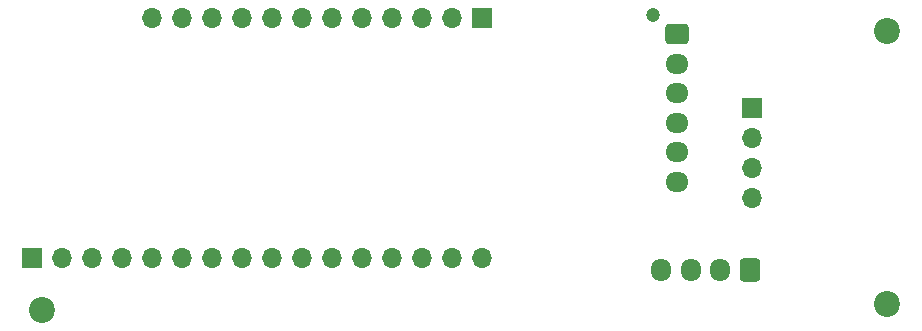
<source format=gbr>
%TF.GenerationSoftware,KiCad,Pcbnew,7.0.7*%
%TF.CreationDate,2024-05-03T13:44:01+01:00*%
%TF.ProjectId,MRF67-pro,4d524636-372d-4707-926f-2e6b69636164,rev?*%
%TF.SameCoordinates,Original*%
%TF.FileFunction,Soldermask,Top*%
%TF.FilePolarity,Negative*%
%FSLAX46Y46*%
G04 Gerber Fmt 4.6, Leading zero omitted, Abs format (unit mm)*
G04 Created by KiCad (PCBNEW 7.0.7) date 2024-05-03 13:44:01*
%MOMM*%
%LPD*%
G01*
G04 APERTURE LIST*
G04 Aperture macros list*
%AMRoundRect*
0 Rectangle with rounded corners*
0 $1 Rounding radius*
0 $2 $3 $4 $5 $6 $7 $8 $9 X,Y pos of 4 corners*
0 Add a 4 corners polygon primitive as box body*
4,1,4,$2,$3,$4,$5,$6,$7,$8,$9,$2,$3,0*
0 Add four circle primitives for the rounded corners*
1,1,$1+$1,$2,$3*
1,1,$1+$1,$4,$5*
1,1,$1+$1,$6,$7*
1,1,$1+$1,$8,$9*
0 Add four rect primitives between the rounded corners*
20,1,$1+$1,$2,$3,$4,$5,0*
20,1,$1+$1,$4,$5,$6,$7,0*
20,1,$1+$1,$6,$7,$8,$9,0*
20,1,$1+$1,$8,$9,$2,$3,0*%
G04 Aperture macros list end*
%ADD10R,1.700000X1.700000*%
%ADD11O,1.700000X1.700000*%
%ADD12C,2.200000*%
%ADD13RoundRect,0.250000X0.600000X0.725000X-0.600000X0.725000X-0.600000X-0.725000X0.600000X-0.725000X0*%
%ADD14O,1.700000X1.950000*%
%ADD15C,1.200000*%
%ADD16RoundRect,0.250000X-0.725000X0.600000X-0.725000X-0.600000X0.725000X-0.600000X0.725000X0.600000X0*%
%ADD17O,1.950000X1.700000*%
G04 APERTURE END LIST*
D10*
%TO.C,J2*%
X146050000Y-101600000D03*
D11*
X143510000Y-101600000D03*
X140970000Y-101600000D03*
X138430000Y-101600000D03*
X135890000Y-101600000D03*
X133350000Y-101600000D03*
X130810000Y-101600000D03*
X128270000Y-101600000D03*
X125730000Y-101600000D03*
X123190000Y-101600000D03*
X120650000Y-101600000D03*
X118110000Y-101600000D03*
%TD*%
D10*
%TO.C,J1*%
X107950000Y-121920000D03*
D11*
X110490000Y-121920000D03*
X113030000Y-121920000D03*
X115570000Y-121920000D03*
X118110000Y-121920000D03*
X120650000Y-121920000D03*
X123190000Y-121920000D03*
X125730000Y-121920000D03*
X128270000Y-121920000D03*
X130810000Y-121920000D03*
X133350000Y-121920000D03*
X135890000Y-121920000D03*
X138430000Y-121920000D03*
X140970000Y-121920000D03*
X143510000Y-121920000D03*
X146050000Y-121920000D03*
%TD*%
D12*
%TO.C,REF\u002A\u002A*%
X108839000Y-126365000D03*
%TD*%
%TO.C,REF\u002A\u002A*%
X180340000Y-125857000D03*
%TD*%
%TO.C,REF\u002A\u002A*%
X180340000Y-102743000D03*
%TD*%
D10*
%TO.C,J4*%
X168910000Y-109220000D03*
D11*
X168910000Y-111760000D03*
X168910000Y-114300000D03*
X168910000Y-116840000D03*
%TD*%
D13*
%TO.C,J3*%
X168743000Y-122936000D03*
D14*
X166243000Y-122936000D03*
X163743000Y-122936000D03*
X161243000Y-122936000D03*
%TD*%
D15*
%TO.C,J6*%
X160560000Y-101390000D03*
D16*
X162560000Y-102990000D03*
D17*
X162560000Y-105490000D03*
X162560000Y-107990000D03*
X162560000Y-110490000D03*
X162560000Y-112990000D03*
X162560000Y-115490000D03*
%TD*%
M02*

</source>
